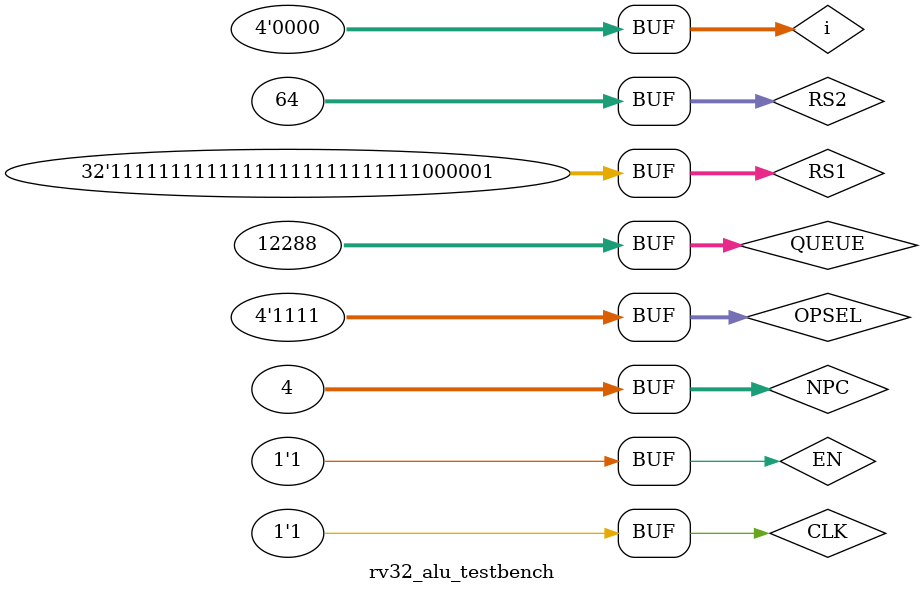
<source format=v>
`timescale 1ns / 1ns


module rv32_alu_testbench();

reg CLK;
reg [31:0] RS1;
reg [31:0] RS2;
wire [31:0] RD1;
reg [31:0] NPC;
reg EN;
reg [3:0] OPSEL;
reg [31:0] QUEUE;

reg [3:0] i;

rv32_alu ALU_TEST(
    .clk(CLK),
    .reg_s1(RS1),
    .reg_s2(RS2),
    .reg_d1(RD1),
    .enable(EN),
    .next_pc(NPC),
    .alu_opsel(OPSEL),
    .queue_data(QUEUE));

initial
begin
    //Setup the Simulation.
    i <= 0;
    CLK <= 0;
    RS1 <= 0;
    RS2 <= 0;
    NPC <= 0;
    EN <= 0;
    OPSEL <= 0;
    QUEUE <= 0;
    #10;
    
    EN <= 1;
    #5;
    
    //Begin Simulation
    //ALU verified!
    for ( i = 0; i <= 15; i = i + 1)
    begin
        CLK <= 0;
        #5;
        CLK <= 1;
        RS1 <= -63;
        RS2 <= 64;
        NPC <= 4;
        EN <= 1;
        OPSEL <= i;
        QUEUE <= {20'd3, 12'd0};
        #5;
    end
    
    CLK <= 0;
    #5;
    CLK <= 1;
    #5;   
end

endmodule

</source>
